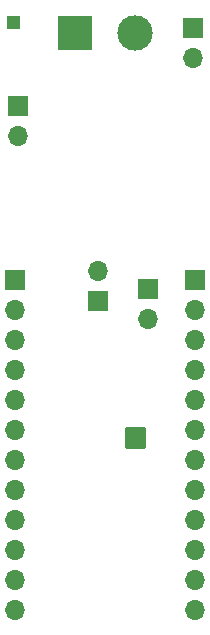
<source format=gbr>
%TF.GenerationSoftware,KiCad,Pcbnew,(5.1.9-0-10_14)*%
%TF.CreationDate,2021-01-09T22:25:45+11:00*%
%TF.ProjectId,ControlBreakout,436f6e74-726f-46c4-9272-65616b6f7574,rev?*%
%TF.SameCoordinates,Original*%
%TF.FileFunction,Soldermask,Bot*%
%TF.FilePolarity,Negative*%
%FSLAX46Y46*%
G04 Gerber Fmt 4.6, Leading zero omitted, Abs format (unit mm)*
G04 Created by KiCad (PCBNEW (5.1.9-0-10_14)) date 2021-01-09 22:25:45*
%MOMM*%
%LPD*%
G01*
G04 APERTURE LIST*
%ADD10C,0.100000*%
%ADD11O,1.700000X1.700000*%
%ADD12R,1.700000X1.700000*%
%ADD13C,3.000000*%
%ADD14R,3.000000X3.000000*%
%ADD15C,0.254000*%
G04 APERTURE END LIST*
D10*
G36*
X105000000Y-70000000D02*
G01*
X104000000Y-70000000D01*
X104000000Y-69000000D01*
X105000000Y-69000000D01*
X105000000Y-70000000D01*
G37*
X105000000Y-70000000D02*
X104000000Y-70000000D01*
X104000000Y-69000000D01*
X105000000Y-69000000D01*
X105000000Y-70000000D01*
D11*
%TO.C,J7*%
X119775000Y-72540000D03*
D12*
X119775000Y-70000000D03*
%TD*%
D13*
%TO.C,J6*%
X114880000Y-70375000D03*
D14*
X109800000Y-70375000D03*
%TD*%
D11*
%TO.C,J4*%
X104950000Y-79090000D03*
D12*
X104950000Y-76550000D03*
%TD*%
D11*
%TO.C,J5*%
X115950000Y-94640000D03*
D12*
X115950000Y-92100000D03*
%TD*%
%TO.C,J3*%
X111750000Y-93100000D03*
D11*
X111750000Y-90560000D03*
%TD*%
D12*
%TO.C,J2*%
X104700000Y-91300000D03*
D11*
X104700000Y-93840000D03*
X104700000Y-96380000D03*
X104700000Y-98920000D03*
X104700000Y-101460000D03*
X104700000Y-104000000D03*
X104700000Y-106540000D03*
X104700000Y-109080000D03*
X104700000Y-111620000D03*
X104700000Y-114160000D03*
X104700000Y-116700000D03*
X104700000Y-119240000D03*
%TD*%
%TO.C,J1*%
X119940000Y-119240000D03*
X119940000Y-116700000D03*
X119940000Y-114160000D03*
X119940000Y-111620000D03*
X119940000Y-109080000D03*
X119940000Y-106540000D03*
X119940000Y-104000000D03*
X119940000Y-101460000D03*
X119940000Y-98920000D03*
X119940000Y-96380000D03*
X119940000Y-93840000D03*
D12*
X119940000Y-91300000D03*
%TD*%
D15*
X115623000Y-105473000D02*
X114052000Y-105473000D01*
X114052000Y-103827000D01*
X115623000Y-103827000D01*
X115623000Y-105473000D01*
D10*
G36*
X115623000Y-105473000D02*
G01*
X114052000Y-105473000D01*
X114052000Y-103827000D01*
X115623000Y-103827000D01*
X115623000Y-105473000D01*
G37*
M02*

</source>
